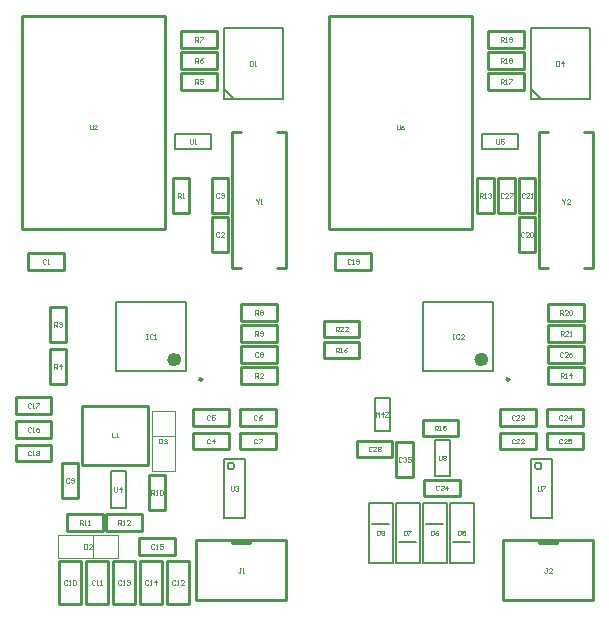
<source format=gto>
%FSTAX24Y24*%
%MOIN*%
G70*
G01*
G75*
G04 Layer_Color=65535*
%ADD10R,0.0472X0.0217*%
%ADD11R,0.0472X0.0256*%
%ADD12R,0.0315X0.0374*%
%ADD13R,0.0630X0.0492*%
%ADD14R,0.0374X0.0315*%
%ADD15C,0.0197*%
%ADD16O,0.0217X0.0650*%
%ADD17O,0.0650X0.0217*%
%ADD18R,0.0472X0.0472*%
G04:AMPARAMS|DCode=19|XSize=21.7mil|YSize=47.2mil|CornerRadius=0mil|HoleSize=0mil|Usage=FLASHONLY|Rotation=180.000|XOffset=0mil|YOffset=0mil|HoleType=Round|Shape=Octagon|*
%AMOCTAGOND19*
4,1,8,0.0054,-0.0236,-0.0054,-0.0236,-0.0108,-0.0182,-0.0108,0.0182,-0.0054,0.0236,0.0054,0.0236,0.0108,0.0182,0.0108,-0.0182,0.0054,-0.0236,0.0*
%
%ADD19OCTAGOND19*%

%ADD20R,0.0217X0.0472*%
%ADD21R,0.0900X0.2200*%
%ADD22O,0.0394X0.0906*%
%ADD23O,0.0945X0.0236*%
%ADD24R,0.0945X0.0236*%
%ADD25R,0.0551X0.0591*%
%ADD26R,0.0591X0.0551*%
%ADD27R,0.0512X0.0394*%
%ADD28R,0.0709X0.1772*%
%ADD29C,0.0100*%
%ADD30C,0.0787*%
%ADD31C,0.0591*%
%ADD32C,0.0591*%
%ADD33R,0.0591X0.0591*%
%ADD34R,0.0591X0.0591*%
%ADD35C,0.0866*%
%ADD36C,0.0984*%
%ADD37C,0.0320*%
%ADD38C,0.0236*%
%ADD39C,0.0098*%
%ADD40C,0.0079*%
%ADD41C,0.0080*%
%ADD42C,0.0020*%
%ADD43C,0.0040*%
D29*
X034081Y035116D02*
X035263D01*
Y034565D02*
Y035116D01*
X034081Y034565D02*
X035263D01*
X034081D02*
Y035116D01*
X039896Y039881D02*
X040448D01*
X039896Y0387D02*
Y039881D01*
Y0387D02*
X040448D01*
Y039881D01*
X036363Y030565D02*
Y031116D01*
X035182D02*
X036363D01*
X035182Y030565D02*
Y031116D01*
Y030565D02*
X036363D01*
X035263Y033865D02*
Y034416D01*
X034081D02*
X035263D01*
X034081Y033865D02*
Y034416D01*
Y033865D02*
X035263D01*
X037381Y031265D02*
Y031816D01*
Y031265D02*
X038563D01*
Y031816D01*
X037381D02*
X038563D01*
X034468Y036815D02*
X035649D01*
X034468D02*
Y037366D01*
X035649D01*
Y036815D02*
Y037366D01*
X042749Y034415D02*
Y034966D01*
X041568D02*
X042749D01*
X041568Y034415D02*
Y034966D01*
Y034415D02*
X042749D01*
X041568Y035115D02*
Y035666D01*
Y035115D02*
X042749D01*
Y035666D01*
X041568D02*
X042749D01*
X041568Y034266D02*
X042749D01*
Y033715D02*
Y034266D01*
X041568Y033715D02*
X042749D01*
X041568D02*
Y034266D01*
X041568Y033015D02*
Y033566D01*
Y033015D02*
X042749D01*
Y033566D01*
X041568D02*
X042749D01*
X040749Y042815D02*
Y043366D01*
X039568D02*
X040749D01*
X039568Y042815D02*
Y043366D01*
Y042815D02*
X040749D01*
Y043515D02*
Y044066D01*
X039568D02*
X040749D01*
X039568Y043515D02*
Y044066D01*
Y043515D02*
X040749D01*
Y044215D02*
Y044766D01*
X039568D02*
X040749D01*
X039568Y044215D02*
Y044766D01*
Y044215D02*
X040749D01*
X039196Y039881D02*
X039748D01*
X039196Y0387D02*
Y039881D01*
Y0387D02*
X039748D01*
Y039881D01*
X041258Y027691D02*
Y027791D01*
Y027691D02*
X041858D01*
Y027791D01*
X040058Y025791D02*
Y027791D01*
X043058D01*
Y025791D02*
Y027791D01*
X040058Y025791D02*
X043058D01*
X041258Y03686D02*
Y04141D01*
X043058Y03686D02*
Y04141D01*
X041258D02*
X041558D01*
X042758D02*
X043058D01*
X042758Y03686D02*
X043058D01*
X041258D02*
X041558D01*
X037048Y0299D02*
Y031081D01*
X036496Y0299D02*
X037048D01*
X036496D02*
Y031081D01*
X037048D01*
X037431Y029816D02*
X038613D01*
Y029265D02*
Y029816D01*
X037431Y029265D02*
X038613D01*
X037431D02*
Y029816D01*
X041535Y030827D02*
X042717D01*
X041535D02*
Y031378D01*
X042717D01*
Y030827D02*
Y031378D01*
X041535Y031614D02*
X042717D01*
X041535D02*
Y032165D01*
X042717D01*
Y031614D02*
Y032165D01*
X039961D02*
X041142D01*
Y031614D02*
Y032165D01*
X039961Y031614D02*
X041142D01*
X039961D02*
Y032165D01*
X039961Y031378D02*
X041142D01*
Y030827D02*
Y031378D01*
X039961Y030827D02*
X041142D01*
X039961D02*
Y031378D01*
X041134Y0387D02*
Y039881D01*
X040583Y0387D02*
X041134D01*
X040583D02*
Y039881D01*
X041134D01*
X040583Y0374D02*
Y038581D01*
X041134D01*
Y0374D02*
Y038581D01*
X040583Y0374D02*
X041134D01*
X034256Y038189D02*
Y045276D01*
X039016D01*
Y038189D02*
Y045276D01*
X034256Y038189D02*
X039016D01*
X024946Y033D02*
X025498D01*
Y034181D01*
X024946D02*
X025498D01*
X024946Y033D02*
Y034181D01*
Y0344D02*
X025498D01*
Y035581D01*
X024946D02*
X025498D01*
X024946Y0344D02*
Y035581D01*
X024232Y036815D02*
X025413D01*
X024232D02*
Y037366D01*
X025413D01*
Y036815D02*
Y037366D01*
X032513Y034415D02*
Y034966D01*
X031331D02*
X032513D01*
X031331Y034415D02*
Y034966D01*
Y034415D02*
X032513D01*
X031332Y035115D02*
Y035666D01*
Y035115D02*
X032513D01*
Y035666D01*
X031332D02*
X032513D01*
X031332Y034266D02*
X032513D01*
Y033715D02*
Y034266D01*
X031332Y033715D02*
X032513D01*
X031332D02*
Y034266D01*
X031332Y033015D02*
Y033566D01*
Y033015D02*
X032513D01*
Y033566D01*
X031332D02*
X032513D01*
X030513Y042815D02*
Y043366D01*
X029331D02*
X030513D01*
X029331Y042815D02*
Y043366D01*
Y042815D02*
X030513D01*
Y043515D02*
Y044066D01*
X029331D02*
X030513D01*
X029331Y043515D02*
Y044066D01*
Y043515D02*
X030513D01*
Y044215D02*
Y044766D01*
X029331D02*
X030513D01*
X029331Y044215D02*
Y044766D01*
Y044215D02*
X030513D01*
X029046Y0387D02*
X029598D01*
Y039881D01*
X029046D02*
X029598D01*
X029046Y0387D02*
Y039881D01*
X031022Y027691D02*
Y027791D01*
Y027691D02*
X031622D01*
Y027791D01*
X029822Y025791D02*
Y027791D01*
X032822D01*
Y025791D02*
Y027791D01*
X029822Y025791D02*
X032822D01*
X031022Y03686D02*
Y04141D01*
X032822Y03686D02*
Y04141D01*
X031022D02*
X031322D01*
X032522D02*
X032822D01*
X032522Y03686D02*
X032822D01*
X031022D02*
X031322D01*
X026832Y028115D02*
Y028666D01*
Y028115D02*
X028013D01*
Y028666D01*
X026832D02*
X028013D01*
X025531Y028115D02*
Y028666D01*
Y028115D02*
X026713D01*
Y028666D01*
X025531D02*
X026713D01*
X028246Y029981D02*
X028798D01*
X028246Y0288D02*
Y029981D01*
Y0288D02*
X028798D01*
Y029981D01*
X023819Y030433D02*
X025D01*
X023819D02*
Y030984D01*
X025D01*
Y030433D02*
Y030984D01*
X023819Y032559D02*
X025D01*
Y032008D02*
Y032559D01*
X023819Y032008D02*
X025D01*
X023819D02*
Y032559D01*
X023819Y031772D02*
X025D01*
Y03122D02*
Y031772D01*
X023819Y03122D02*
X025D01*
X023819D02*
Y031772D01*
X027931Y027315D02*
X029113D01*
X027931D02*
Y027866D01*
X029113D01*
Y027315D02*
Y027866D01*
X027068Y025682D02*
Y027099D01*
X027776D01*
Y025682D02*
Y027099D01*
X027068Y025682D02*
X027776D01*
X026168D02*
Y027099D01*
X026876D01*
Y025682D02*
Y027099D01*
X026168Y025682D02*
X026876D01*
X025268D02*
Y027099D01*
X025976D01*
Y025682D02*
Y027099D01*
X025268Y025682D02*
X025976D01*
X025898Y0292D02*
Y030381D01*
X025346Y0292D02*
X025898D01*
X025346D02*
Y030381D01*
X025898D01*
X031299Y030827D02*
X03248D01*
X031299D02*
Y031378D01*
X03248D01*
Y030827D02*
Y031378D01*
X031299Y031614D02*
X03248D01*
X031299D02*
Y032165D01*
X03248D01*
Y031614D02*
Y032165D01*
X029724D02*
X030906D01*
Y031614D02*
Y032165D01*
X029724Y031614D02*
X030906D01*
X029724D02*
Y032165D01*
X029724Y031378D02*
X030906D01*
Y030827D02*
Y031378D01*
X029724Y030827D02*
X030906D01*
X029724D02*
Y031378D01*
X030898Y0387D02*
Y039881D01*
X030346Y0387D02*
X030898D01*
X030346D02*
Y039881D01*
X030898D01*
X030346Y0374D02*
Y038581D01*
X030898D01*
Y0374D02*
Y038581D01*
X030346Y0374D02*
X030898D01*
X02402Y038189D02*
Y045276D01*
X02878D01*
Y038189D02*
Y045276D01*
X02402Y038189D02*
X02878D01*
X028224Y030316D02*
Y032284D01*
X02602Y030316D02*
X028224D01*
X02602D02*
Y032284D01*
X028224D01*
X027968Y025682D02*
Y027099D01*
X028676D01*
Y025682D02*
Y027099D01*
X027968Y025682D02*
X028676D01*
X028868D02*
Y027099D01*
X029576D01*
Y025682D02*
Y027099D01*
X028868Y025682D02*
X029576D01*
D38*
X039444Y033823D02*
G03*
X039444Y033823I-000118J0D01*
G01*
X029208D02*
G03*
X029208Y033823I-000118J0D01*
G01*
D39*
X040261Y033163D02*
G03*
X040261Y033163I-000049J0D01*
G01*
X030025D02*
G03*
X030025Y033163I-000049J0D01*
G01*
D40*
X041339Y030276D02*
G03*
X041339Y030276I-000118J0D01*
G01*
X031102D02*
G03*
X031102Y030276I-000118J0D01*
G01*
X037772Y031151D02*
X038272D01*
X037772Y02993D02*
X038272D01*
X037772D02*
Y031151D01*
X038272Y02993D02*
Y031151D01*
X035772Y032542D02*
X036272D01*
X035772Y031439D02*
X036272D01*
X035772D02*
Y032542D01*
X036272Y031439D02*
Y032542D01*
X037496Y028356D02*
X038048D01*
X036596Y027726D02*
X037148D01*
X035696Y028356D02*
X036248D01*
X038396Y027726D02*
X038948D01*
X037397Y035752D02*
X03972D01*
X037397Y033429D02*
X03972D01*
X037397D02*
Y035752D01*
X03972Y033429D02*
Y035752D01*
X042943Y042509D02*
Y044872D01*
X040974Y042509D02*
X042943D01*
X040974D02*
Y044872D01*
X042943D01*
X040974Y042827D02*
X041275Y042526D01*
X039348Y041341D02*
X040568D01*
X039348Y040841D02*
X040568D01*
Y041341D01*
X039348Y040841D02*
Y041341D01*
X040984Y028543D02*
X041693D01*
X040984Y030512D02*
X041693D01*
Y028543D02*
Y030512D01*
X040984Y028543D02*
Y030512D01*
X027161Y035752D02*
X029483D01*
X027161Y033429D02*
X029483D01*
X027161D02*
Y035752D01*
X029483Y033429D02*
Y035752D01*
X027472Y02888D02*
Y030101D01*
X026972Y02888D02*
Y030101D01*
Y02888D02*
X027472D01*
X026972Y030101D02*
X027472D01*
X032706Y042509D02*
Y044872D01*
X030738Y042509D02*
X032706D01*
X030738D02*
Y044872D01*
X032706D01*
X030738Y042827D02*
X031039Y042526D01*
X029112Y041341D02*
X030332D01*
X029112Y040841D02*
X030332D01*
Y041341D01*
X029112Y040841D02*
Y041341D01*
X030748Y028543D02*
X031457D01*
X030748Y030512D02*
X031457D01*
Y028543D02*
Y030512D01*
X030748Y028543D02*
Y030512D01*
D41*
X037372Y029051D02*
X038172D01*
X037372Y027031D02*
Y029051D01*
Y027031D02*
X038172D01*
Y029051D01*
X036472Y027031D02*
X037272D01*
Y029051D01*
X036472D02*
X037272D01*
X036472Y027031D02*
Y029051D01*
X035572D02*
X036372D01*
X035572Y027031D02*
Y029051D01*
Y027031D02*
X036372D01*
Y029051D01*
X038272Y027031D02*
X039072D01*
Y029051D01*
X038272D02*
X039072D01*
X038272Y027031D02*
Y029051D01*
D42*
X029102Y03011D02*
Y0321D01*
X028348Y03011D02*
X029102D01*
X028348D02*
Y0321D01*
X028372Y031272D02*
X029082D01*
X028348Y0321D02*
X029102D01*
X025232Y027211D02*
X027222D01*
X025232D02*
Y027965D01*
X027222D01*
X026395Y027231D02*
Y027941D01*
X027222Y027211D02*
Y027965D01*
D43*
X03567Y030895D02*
X035645Y03092D01*
X035595D01*
X03557Y030895D01*
Y030795D01*
X035595Y03077D01*
X035645D01*
X03567Y030795D01*
X03582Y03077D02*
X03572D01*
X03582Y03087D01*
Y030895D01*
X035795Y03092D01*
X035745D01*
X03572Y030895D01*
X03587D02*
X035895Y03092D01*
X035945D01*
X03597Y030895D01*
Y03087D01*
X035945Y030845D01*
X03597Y03082D01*
Y030795D01*
X035945Y03077D01*
X035895D01*
X03587Y030795D01*
Y03082D01*
X035895Y030845D01*
X03587Y03087D01*
Y030895D01*
X035895Y030845D02*
X035945D01*
X04007Y039345D02*
X040045Y03937D01*
X039995D01*
X03997Y039345D01*
Y039245D01*
X039995Y03922D01*
X040045D01*
X04007Y039245D01*
X04022Y03922D02*
X04012D01*
X04022Y03932D01*
Y039345D01*
X040195Y03937D01*
X040145D01*
X04012Y039345D01*
X04027Y03937D02*
X04037D01*
Y039345D01*
X04027Y039245D01*
Y03922D01*
X03585Y02812D02*
Y02797D01*
X035925D01*
X03595Y027995D01*
Y028095D01*
X035925Y02812D01*
X03585D01*
X036Y028095D02*
X036025Y02812D01*
X036075D01*
X0361Y028095D01*
Y02807D01*
X036075Y028045D01*
X0361Y02802D01*
Y027995D01*
X036075Y02797D01*
X036025D01*
X036Y027995D01*
Y02802D01*
X036025Y028045D01*
X036Y02807D01*
Y028095D01*
X036025Y028045D02*
X036075D01*
X03675Y02812D02*
Y02797D01*
X036825D01*
X03685Y027995D01*
Y028095D01*
X036825Y02812D01*
X03675D01*
X0369D02*
X037D01*
Y028095D01*
X0369Y027995D01*
Y02797D01*
X03765Y02812D02*
Y02797D01*
X037725D01*
X03775Y027995D01*
Y028095D01*
X037725Y02812D01*
X03765D01*
X0379D02*
X03785Y028095D01*
X0378Y028045D01*
Y027995D01*
X037825Y02797D01*
X037875D01*
X0379Y027995D01*
Y02802D01*
X037875Y028045D01*
X0378D01*
X03582Y03192D02*
Y03207D01*
X03587Y03202D01*
X03592Y03207D01*
Y03192D01*
X036045D02*
Y03207D01*
X03597Y031995D01*
X03607D01*
X03612Y03207D02*
X03622D01*
Y032045D01*
X03612Y031945D01*
Y03192D01*
X03622D01*
X03447Y03477D02*
Y03492D01*
X034545D01*
X03457Y034895D01*
Y034845D01*
X034545Y03482D01*
X03447D01*
X03452D02*
X03457Y03477D01*
X03472D02*
X03462D01*
X03472Y03487D01*
Y034895D01*
X034695Y03492D01*
X034645D01*
X03462Y034895D01*
X03487Y03477D02*
X03477D01*
X03487Y03487D01*
Y034895D01*
X034845Y03492D01*
X034795D01*
X03477Y034895D01*
X03791Y03062D02*
Y030495D01*
X037935Y03047D01*
X037985D01*
X03801Y030495D01*
Y03062D01*
X03806Y030595D02*
X038085Y03062D01*
X038135D01*
X03816Y030595D01*
Y03057D01*
X038135Y030545D01*
X03816Y03052D01*
Y030495D01*
X038135Y03047D01*
X038085D01*
X03806Y030495D01*
Y03052D01*
X038085Y030545D01*
X03806Y03057D01*
Y030595D01*
X038085Y030545D02*
X038135D01*
X03448Y03407D02*
Y03422D01*
X034555D01*
X03458Y034195D01*
Y034145D01*
X034555Y03412D01*
X03448D01*
X03453D02*
X03458Y03407D01*
X03463D02*
X03468D01*
X034655D01*
Y03422D01*
X03463Y034195D01*
X034855Y03422D02*
X034805Y034195D01*
X034755Y034145D01*
Y034095D01*
X03478Y03407D01*
X03483D01*
X034855Y034095D01*
Y03412D01*
X03483Y034145D01*
X034755D01*
X03778Y03147D02*
Y03162D01*
X037855D01*
X03788Y031595D01*
Y031545D01*
X037855Y03152D01*
X03778D01*
X03783D02*
X03788Y03147D01*
X03793D02*
X03798D01*
X037955D01*
Y03162D01*
X03793Y031595D01*
X038155Y03162D02*
X038055D01*
Y031545D01*
X038105Y03157D01*
X03813D01*
X038155Y031545D01*
Y031495D01*
X03813Y03147D01*
X03808D01*
X038055Y031495D01*
X03497Y037145D02*
X034945Y03717D01*
X034895D01*
X03487Y037145D01*
Y037045D01*
X034895Y03702D01*
X034945D01*
X03497Y037045D01*
X03502Y03702D02*
X03507D01*
X035045D01*
Y03717D01*
X03502Y037145D01*
X035145Y037045D02*
X03517Y03702D01*
X03522D01*
X035245Y037045D01*
Y037145D01*
X03522Y03717D01*
X03517D01*
X035145Y037145D01*
Y03712D01*
X03517Y037095D01*
X035245D01*
X04198Y03462D02*
Y03477D01*
X042055D01*
X04208Y034745D01*
Y034695D01*
X042055Y03467D01*
X04198D01*
X04203D02*
X04208Y03462D01*
X04223D02*
X04213D01*
X04223Y03472D01*
Y034745D01*
X042205Y03477D01*
X042155D01*
X04213Y034745D01*
X04228Y03462D02*
X04233D01*
X042305D01*
Y03477D01*
X04228Y034745D01*
X04196Y03532D02*
Y03547D01*
X042035D01*
X04206Y035445D01*
Y035395D01*
X042035Y03537D01*
X04196D01*
X04201D02*
X04206Y03532D01*
X04221D02*
X04211D01*
X04221Y03542D01*
Y035445D01*
X042185Y03547D01*
X042135D01*
X04211Y035445D01*
X04226D02*
X042285Y03547D01*
X042335D01*
X04236Y035445D01*
Y035345D01*
X042335Y03532D01*
X042285D01*
X04226Y035345D01*
Y035445D01*
X04206Y034045D02*
X042035Y03407D01*
X041985D01*
X04196Y034045D01*
Y033945D01*
X041985Y03392D01*
X042035D01*
X04206Y033945D01*
X04221Y03392D02*
X04211D01*
X04221Y03402D01*
Y034045D01*
X042185Y03407D01*
X042135D01*
X04211Y034045D01*
X04236Y03407D02*
X04231Y034045D01*
X04226Y033995D01*
Y033945D01*
X042285Y03392D01*
X042335D01*
X04236Y033945D01*
Y03397D01*
X042335Y033995D01*
X04226D01*
X04197Y03322D02*
Y03337D01*
X042045D01*
X04207Y033345D01*
Y033295D01*
X042045Y03327D01*
X04197D01*
X04202D02*
X04207Y03322D01*
X04212D02*
X04217D01*
X042145D01*
Y03337D01*
X04212Y033345D01*
X04232Y03322D02*
Y03337D01*
X042245Y033295D01*
X042345D01*
X03837Y03467D02*
X03842D01*
X038395D01*
Y03452D01*
X03837D01*
X03842D01*
X038595Y034645D02*
X03857Y03467D01*
X03852D01*
X038495Y034645D01*
Y034545D01*
X03852Y03452D01*
X03857D01*
X038595Y034545D01*
X038745Y03452D02*
X038645D01*
X038745Y03462D01*
Y034645D01*
X03872Y03467D01*
X03867D01*
X038645Y034645D01*
X03997Y04302D02*
Y04317D01*
X040045D01*
X04007Y043145D01*
Y043095D01*
X040045Y04307D01*
X03997D01*
X04002D02*
X04007Y04302D01*
X04012D02*
X04017D01*
X040145D01*
Y04317D01*
X04012Y043145D01*
X040245Y04317D02*
X040345D01*
Y043145D01*
X040245Y043045D01*
Y04302D01*
X03997Y04372D02*
Y04387D01*
X040045D01*
X04007Y043845D01*
Y043795D01*
X040045Y04377D01*
X03997D01*
X04002D02*
X04007Y04372D01*
X04012D02*
X04017D01*
X040145D01*
Y04387D01*
X04012Y043845D01*
X040245D02*
X04027Y04387D01*
X04032D01*
X040345Y043845D01*
Y04382D01*
X04032Y043795D01*
X040345Y04377D01*
Y043745D01*
X04032Y04372D01*
X04027D01*
X040245Y043745D01*
Y04377D01*
X04027Y043795D01*
X040245Y04382D01*
Y043845D01*
X04027Y043795D02*
X04032D01*
X03997Y04442D02*
Y04457D01*
X040045D01*
X04007Y044545D01*
Y044495D01*
X040045Y04447D01*
X03997D01*
X04002D02*
X04007Y04442D01*
X04012D02*
X04017D01*
X040145D01*
Y04457D01*
X04012Y044545D01*
X040245Y044445D02*
X04027Y04442D01*
X04032D01*
X040345Y044445D01*
Y044545D01*
X04032Y04457D01*
X04027D01*
X040245Y044545D01*
Y04452D01*
X04027Y044495D01*
X040345D01*
X04183Y04377D02*
Y04362D01*
X041905D01*
X04193Y043645D01*
Y043745D01*
X041905Y04377D01*
X04183D01*
X042055Y04362D02*
Y04377D01*
X04198Y043695D01*
X04208D01*
X03983Y04116D02*
Y041035D01*
X039855Y04101D01*
X039905D01*
X03993Y041035D01*
Y04116D01*
X04008D02*
X03998D01*
Y041085D01*
X04003Y04111D01*
X040055D01*
X04008Y041085D01*
Y041035D01*
X040055Y04101D01*
X040005D01*
X03998Y041035D01*
X03928Y03922D02*
Y03937D01*
X039355D01*
X03938Y039345D01*
Y039295D01*
X039355Y03927D01*
X03928D01*
X03933D02*
X03938Y03922D01*
X03943D02*
X03948D01*
X039455D01*
Y03937D01*
X03943Y039345D01*
X039555D02*
X03958Y03937D01*
X03963D01*
X039655Y039345D01*
Y03932D01*
X03963Y039295D01*
X039605D01*
X03963D01*
X039655Y03927D01*
Y039245D01*
X03963Y03922D01*
X03958D01*
X039555Y039245D01*
X04153Y02687D02*
X04148D01*
X041505D01*
Y026745D01*
X04148Y02672D01*
X041455D01*
X04143Y026745D01*
X04168Y02672D02*
X04158D01*
X04168Y02682D01*
Y026845D01*
X041655Y02687D01*
X041605D01*
X04158Y026845D01*
X04203Y03917D02*
Y039145D01*
X04208Y039095D01*
X04213Y039145D01*
Y03917D01*
X04208Y039095D02*
Y03902D01*
X04228D02*
X04218D01*
X04228Y03912D01*
Y039145D01*
X042255Y03917D01*
X042205D01*
X04218Y039145D01*
X03855Y02812D02*
Y02797D01*
X038625D01*
X03865Y027995D01*
Y028095D01*
X038625Y02812D01*
X03855D01*
X0388D02*
X0387D01*
Y028045D01*
X03875Y02807D01*
X038775D01*
X0388Y028045D01*
Y027995D01*
X038775Y02797D01*
X038725D01*
X0387Y027995D01*
X03667Y030545D02*
X036645Y03057D01*
X036595D01*
X03657Y030545D01*
Y030445D01*
X036595Y03042D01*
X036645D01*
X03667Y030445D01*
X03672Y030545D02*
X036745Y03057D01*
X036795D01*
X03682Y030545D01*
Y03052D01*
X036795Y030495D01*
X03677D01*
X036795D01*
X03682Y03047D01*
Y030445D01*
X036795Y03042D01*
X036745D01*
X03672Y030445D01*
X03697Y03057D02*
X03687D01*
Y030495D01*
X03692Y03052D01*
X036945D01*
X03697Y030495D01*
Y030445D01*
X036945Y03042D01*
X036895D01*
X03687Y030445D01*
X03792Y029595D02*
X037895Y02962D01*
X037845D01*
X03782Y029595D01*
Y029495D01*
X037845Y02947D01*
X037895D01*
X03792Y029495D01*
X03797Y029595D02*
X037995Y02962D01*
X038045D01*
X03807Y029595D01*
Y02957D01*
X038045Y029545D01*
X03802D01*
X038045D01*
X03807Y02952D01*
Y029495D01*
X038045Y02947D01*
X037995D01*
X03797Y029495D01*
X038195Y02947D02*
Y02962D01*
X03812Y029545D01*
X03822D01*
X04203Y031155D02*
X042005Y03118D01*
X041955D01*
X04193Y031155D01*
Y031055D01*
X041955Y03103D01*
X042005D01*
X04203Y031055D01*
X04218Y03103D02*
X04208D01*
X04218Y03113D01*
Y031155D01*
X042155Y03118D01*
X042105D01*
X04208Y031155D01*
X04233Y03118D02*
X04223D01*
Y031105D01*
X04228Y03113D01*
X042305D01*
X04233Y031105D01*
Y031055D01*
X042305Y03103D01*
X042255D01*
X04223Y031055D01*
X04203Y031935D02*
X042005Y03196D01*
X041955D01*
X04193Y031935D01*
Y031835D01*
X041955Y03181D01*
X042005D01*
X04203Y031835D01*
X04218Y03181D02*
X04208D01*
X04218Y03191D01*
Y031935D01*
X042155Y03196D01*
X042105D01*
X04208Y031935D01*
X042305Y03181D02*
Y03196D01*
X04223Y031885D01*
X04233D01*
X04045Y031935D02*
X040425Y03196D01*
X040375D01*
X04035Y031935D01*
Y031835D01*
X040375Y03181D01*
X040425D01*
X04045Y031835D01*
X0406Y03181D02*
X0405D01*
X0406Y03191D01*
Y031935D01*
X040575Y03196D01*
X040525D01*
X0405Y031935D01*
X04065D02*
X040675Y03196D01*
X040725D01*
X04075Y031935D01*
Y03191D01*
X040725Y031885D01*
X0407D01*
X040725D01*
X04075Y03186D01*
Y031835D01*
X040725Y03181D01*
X040675D01*
X04065Y031835D01*
X04045Y031155D02*
X040425Y03118D01*
X040375D01*
X04035Y031155D01*
Y031055D01*
X040375Y03103D01*
X040425D01*
X04045Y031055D01*
X0406Y03103D02*
X0405D01*
X0406Y03113D01*
Y031155D01*
X040575Y03118D01*
X040525D01*
X0405Y031155D01*
X04075Y03103D02*
X04065D01*
X04075Y03113D01*
Y031155D01*
X040725Y03118D01*
X040675D01*
X04065Y031155D01*
X04078Y039345D02*
X040755Y03937D01*
X040705D01*
X04068Y039345D01*
Y039245D01*
X040705Y03922D01*
X040755D01*
X04078Y039245D01*
X04093Y03922D02*
X04083D01*
X04093Y03932D01*
Y039345D01*
X040905Y03937D01*
X040855D01*
X04083Y039345D01*
X04098Y03922D02*
X04103D01*
X041005D01*
Y03937D01*
X04098Y039345D01*
X04076Y038045D02*
X040735Y03807D01*
X040685D01*
X04066Y038045D01*
Y037945D01*
X040685Y03792D01*
X040735D01*
X04076Y037945D01*
X04091Y03792D02*
X04081D01*
X04091Y03802D01*
Y038045D01*
X040885Y03807D01*
X040835D01*
X04081Y038045D01*
X04096D02*
X040985Y03807D01*
X041035D01*
X04106Y038045D01*
Y037945D01*
X041035Y03792D01*
X040985D01*
X04096Y037945D01*
Y038045D01*
X03651Y04164D02*
Y041515D01*
X036535Y04149D01*
X036585D01*
X03661Y041515D01*
Y04164D01*
X03676D02*
X03671Y041615D01*
X03666Y041565D01*
Y041515D01*
X036685Y04149D01*
X036735D01*
X03676Y041515D01*
Y04154D01*
X036735Y041565D01*
X03666D01*
X04121Y0296D02*
Y029475D01*
X041235Y02945D01*
X041285D01*
X04131Y029475D01*
Y0296D01*
X04136D02*
X04146D01*
Y029575D01*
X04136Y029475D01*
Y02945D01*
X02913Y026445D02*
X029105Y02647D01*
X029055D01*
X02903Y026445D01*
Y026345D01*
X029055Y02632D01*
X029105D01*
X02913Y026345D01*
X02918Y02632D02*
X02923D01*
X029205D01*
Y02647D01*
X02918Y026445D01*
X029405Y02632D02*
X029305D01*
X029405Y02642D01*
Y026445D01*
X02938Y02647D01*
X02933D01*
X029305Y026445D01*
X02823D02*
X028205Y02647D01*
X028155D01*
X02813Y026445D01*
Y026345D01*
X028155Y02632D01*
X028205D01*
X02823Y026345D01*
X02828Y02632D02*
X02833D01*
X028305D01*
Y02647D01*
X02828Y026445D01*
X02848Y02632D02*
Y02647D01*
X028405Y026395D01*
X028505D01*
X02702Y03138D02*
Y03123D01*
X02712D01*
X02717D02*
X02722D01*
X027195D01*
Y03138D01*
X02717Y031355D01*
X03098Y0296D02*
Y029475D01*
X031005Y02945D01*
X031055D01*
X03108Y029475D01*
Y0296D01*
X03113Y029575D02*
X031155Y0296D01*
X031205D01*
X03123Y029575D01*
Y02955D01*
X031205Y029525D01*
X03118D01*
X031205D01*
X03123Y0295D01*
Y029475D01*
X031205Y02945D01*
X031155D01*
X03113Y029475D01*
X02627Y04164D02*
Y041515D01*
X026295Y04149D01*
X026345D01*
X02637Y041515D01*
Y04164D01*
X02652Y04149D02*
X02642D01*
X02652Y04159D01*
Y041615D01*
X026495Y04164D01*
X026445D01*
X02642Y041615D01*
X0306Y038045D02*
X030575Y03807D01*
X030525D01*
X0305Y038045D01*
Y037945D01*
X030525Y03792D01*
X030575D01*
X0306Y037945D01*
X03075Y03792D02*
X03065D01*
X03075Y03802D01*
Y038045D01*
X030725Y03807D01*
X030675D01*
X03065Y038045D01*
X0306Y039345D02*
X030575Y03937D01*
X030525D01*
X0305Y039345D01*
Y039245D01*
X030525Y03922D01*
X030575D01*
X0306Y039245D01*
X03065Y039345D02*
X030675Y03937D01*
X030725D01*
X03075Y039345D01*
Y03932D01*
X030725Y039295D01*
X0307D01*
X030725D01*
X03075Y03927D01*
Y039245D01*
X030725Y03922D01*
X030675D01*
X03065Y039245D01*
X03029Y031155D02*
X030265Y03118D01*
X030215D01*
X03019Y031155D01*
Y031055D01*
X030215Y03103D01*
X030265D01*
X03029Y031055D01*
X030415Y03103D02*
Y03118D01*
X03034Y031105D01*
X03044D01*
X03029Y031935D02*
X030265Y03196D01*
X030215D01*
X03019Y031935D01*
Y031835D01*
X030215Y03181D01*
X030265D01*
X03029Y031835D01*
X03044Y03196D02*
X03034D01*
Y031885D01*
X03039Y03191D01*
X030415D01*
X03044Y031885D01*
Y031835D01*
X030415Y03181D01*
X030365D01*
X03034Y031835D01*
X03186Y031935D02*
X031835Y03196D01*
X031785D01*
X03176Y031935D01*
Y031835D01*
X031785Y03181D01*
X031835D01*
X03186Y031835D01*
X03201Y03196D02*
X03196Y031935D01*
X03191Y031885D01*
Y031835D01*
X031935Y03181D01*
X031985D01*
X03201Y031835D01*
Y03186D01*
X031985Y031885D01*
X03191D01*
X03186Y031155D02*
X031835Y03118D01*
X031785D01*
X03176Y031155D01*
Y031055D01*
X031785Y03103D01*
X031835D01*
X03186Y031055D01*
X03191Y03118D02*
X03201D01*
Y031155D01*
X03191Y031055D01*
Y03103D01*
X0256Y029845D02*
X025575Y02987D01*
X025525D01*
X0255Y029845D01*
Y029745D01*
X025525Y02972D01*
X025575D01*
X0256Y029745D01*
X02565D02*
X025675Y02972D01*
X025725D01*
X02575Y029745D01*
Y029845D01*
X025725Y02987D01*
X025675D01*
X02565Y029845D01*
Y02982D01*
X025675Y029795D01*
X02575D01*
X02553Y026445D02*
X025505Y02647D01*
X025455D01*
X02543Y026445D01*
Y026345D01*
X025455Y02632D01*
X025505D01*
X02553Y026345D01*
X02558Y02632D02*
X02563D01*
X025605D01*
Y02647D01*
X02558Y026445D01*
X025705D02*
X02573Y02647D01*
X02578D01*
X025805Y026445D01*
Y026345D01*
X02578Y02632D01*
X02573D01*
X025705Y026345D01*
Y026445D01*
X02646D02*
X026435Y02647D01*
X026385D01*
X02636Y026445D01*
Y026345D01*
X026385Y02632D01*
X026435D01*
X02646Y026345D01*
X02651Y02632D02*
X02656D01*
X026535D01*
Y02647D01*
X02651Y026445D01*
X026635Y02632D02*
X026685D01*
X02666D01*
Y02647D01*
X026635Y026445D01*
X02733D02*
X027305Y02647D01*
X027255D01*
X02723Y026445D01*
Y026345D01*
X027255Y02632D01*
X027305D01*
X02733Y026345D01*
X02738Y02632D02*
X02743D01*
X027405D01*
Y02647D01*
X02738Y026445D01*
X027505D02*
X02753Y02647D01*
X02758D01*
X027605Y026445D01*
Y02642D01*
X02758Y026395D01*
X027555D01*
X02758D01*
X027605Y02637D01*
Y026345D01*
X02758Y02632D01*
X02753D01*
X027505Y026345D01*
X02843Y027645D02*
X028405Y02767D01*
X028355D01*
X02833Y027645D01*
Y027545D01*
X028355Y02752D01*
X028405D01*
X02843Y027545D01*
X02848Y02752D02*
X02853D01*
X028505D01*
Y02767D01*
X02848Y027645D01*
X028705Y02767D02*
X028605D01*
Y027595D01*
X028655Y02762D01*
X02868D01*
X028705Y027595D01*
Y027545D01*
X02868Y02752D01*
X02863D01*
X028605Y027545D01*
X02432Y031545D02*
X024295Y03157D01*
X024245D01*
X02422Y031545D01*
Y031445D01*
X024245Y03142D01*
X024295D01*
X02432Y031445D01*
X02437Y03142D02*
X02442D01*
X024395D01*
Y03157D01*
X02437Y031545D01*
X024595Y03157D02*
X024545Y031545D01*
X024495Y031495D01*
Y031445D01*
X02452Y03142D01*
X02457D01*
X024595Y031445D01*
Y03147D01*
X02457Y031495D01*
X024495D01*
X02432Y032335D02*
X024295Y03236D01*
X024245D01*
X02422Y032335D01*
Y032235D01*
X024245Y03221D01*
X024295D01*
X02432Y032235D01*
X02437Y03221D02*
X02442D01*
X024395D01*
Y03236D01*
X02437Y032335D01*
X024495Y03236D02*
X024595D01*
Y032335D01*
X024495Y032235D01*
Y03221D01*
X02432Y030755D02*
X024295Y03078D01*
X024245D01*
X02422Y030755D01*
Y030655D01*
X024245Y03063D01*
X024295D01*
X02432Y030655D01*
X02437Y03063D02*
X02442D01*
X024395D01*
Y03078D01*
X02437Y030755D01*
X024495D02*
X02452Y03078D01*
X02457D01*
X024595Y030755D01*
Y03073D01*
X02457Y030705D01*
X024595Y03068D01*
Y030655D01*
X02457Y03063D01*
X02452D01*
X024495Y030655D01*
Y03068D01*
X02452Y030705D01*
X024495Y03073D01*
Y030755D01*
X02452Y030705D02*
X02457D01*
X0261Y02766D02*
Y02751D01*
X026175D01*
X0262Y027535D01*
Y027635D01*
X026175Y02766D01*
X0261D01*
X02635Y02751D02*
X02625D01*
X02635Y02761D01*
Y027635D01*
X026325Y02766D01*
X026275D01*
X02625Y027635D01*
X0286Y03118D02*
Y03103D01*
X028675D01*
X0287Y031055D01*
Y031155D01*
X028675Y03118D01*
X0286D01*
X02875Y031155D02*
X028775Y03118D01*
X028825D01*
X02885Y031155D01*
Y03113D01*
X028825Y031105D01*
X0288D01*
X028825D01*
X02885Y03108D01*
Y031055D01*
X028825Y03103D01*
X028775D01*
X02875Y031055D01*
X02833Y02932D02*
Y02947D01*
X028405D01*
X02843Y029445D01*
Y029395D01*
X028405Y02937D01*
X02833D01*
X02838D02*
X02843Y02932D01*
X02848D02*
X02853D01*
X028505D01*
Y02947D01*
X02848Y029445D01*
X028605D02*
X02863Y02947D01*
X02868D01*
X028705Y029445D01*
Y029345D01*
X02868Y02932D01*
X02863D01*
X028605Y029345D01*
Y029445D01*
X02596Y02832D02*
Y02847D01*
X026035D01*
X02606Y028445D01*
Y028395D01*
X026035Y02837D01*
X02596D01*
X02601D02*
X02606Y02832D01*
X02611D02*
X02616D01*
X026135D01*
Y02847D01*
X02611Y028445D01*
X026235Y02832D02*
X026285D01*
X02626D01*
Y02847D01*
X026235Y028445D01*
X02723Y02832D02*
Y02847D01*
X027305D01*
X02733Y028445D01*
Y028395D01*
X027305Y02837D01*
X02723D01*
X02728D02*
X02733Y02832D01*
X02738D02*
X02743D01*
X027405D01*
Y02847D01*
X02738Y028445D01*
X027605Y02832D02*
X027505D01*
X027605Y02842D01*
Y028445D01*
X02758Y02847D01*
X02753D01*
X027505Y028445D01*
X03182Y03917D02*
Y039145D01*
X03187Y039095D01*
X03192Y039145D01*
Y03917D01*
X03187Y039095D02*
Y03902D01*
X03197D02*
X03202D01*
X031995D01*
Y03917D01*
X03197Y039145D01*
X03132Y02687D02*
X03127D01*
X031295D01*
Y026745D01*
X03127Y02672D01*
X031245D01*
X03122Y026745D01*
X03137Y02672D02*
X03142D01*
X031395D01*
Y02687D01*
X03137Y026845D01*
X02922Y03922D02*
Y03937D01*
X029295D01*
X02932Y039345D01*
Y039295D01*
X029295Y03927D01*
X02922D01*
X02927D02*
X02932Y03922D01*
X02937D02*
X02942D01*
X029395D01*
Y03937D01*
X02937Y039345D01*
X02962Y04116D02*
Y041035D01*
X029645Y04101D01*
X029695D01*
X02972Y041035D01*
Y04116D01*
X02977Y04101D02*
X02982D01*
X029795D01*
Y04116D01*
X02977Y041135D01*
X03162Y04377D02*
Y04362D01*
X031695D01*
X03172Y043645D01*
Y043745D01*
X031695Y04377D01*
X03162D01*
X03177Y04362D02*
X03182D01*
X031795D01*
Y04377D01*
X03177Y043745D01*
X0298Y04442D02*
Y04457D01*
X029875D01*
X0299Y044545D01*
Y044495D01*
X029875Y04447D01*
X0298D01*
X02985D02*
X0299Y04442D01*
X02995Y04457D02*
X03005D01*
Y044545D01*
X02995Y044445D01*
Y04442D01*
X0298Y04372D02*
Y04387D01*
X029875D01*
X0299Y043845D01*
Y043795D01*
X029875Y04377D01*
X0298D01*
X02985D02*
X0299Y04372D01*
X03005Y04387D02*
X03Y043845D01*
X02995Y043795D01*
Y043745D01*
X029975Y04372D01*
X030025D01*
X03005Y043745D01*
Y04377D01*
X030025Y043795D01*
X02995D01*
X0298Y04302D02*
Y04317D01*
X029875D01*
X0299Y043145D01*
Y043095D01*
X029875Y04307D01*
X0298D01*
X02985D02*
X0299Y04302D01*
X03005Y04317D02*
X02995D01*
Y043095D01*
X03Y04312D01*
X030025D01*
X03005Y043095D01*
Y043045D01*
X030025Y04302D01*
X029975D01*
X02995Y043045D01*
X02709Y02957D02*
Y029445D01*
X027115Y02942D01*
X027165D01*
X02719Y029445D01*
Y02957D01*
X027315Y02942D02*
Y02957D01*
X02724Y029495D01*
X02734D01*
X02816Y03467D02*
X02821D01*
X028185D01*
Y03452D01*
X02816D01*
X02821D01*
X028385Y034645D02*
X02836Y03467D01*
X02831D01*
X028285Y034645D01*
Y034545D01*
X02831Y03452D01*
X02836D01*
X028385Y034545D01*
X028435Y03452D02*
X028485D01*
X02846D01*
Y03467D01*
X028435Y034645D01*
X0318Y03322D02*
Y03337D01*
X031875D01*
X0319Y033345D01*
Y033295D01*
X031875Y03327D01*
X0318D01*
X03185D02*
X0319Y03322D01*
X03205D02*
X03195D01*
X03205Y03332D01*
Y033345D01*
X032025Y03337D01*
X031975D01*
X03195Y033345D01*
X0319Y034045D02*
X031875Y03407D01*
X031825D01*
X0318Y034045D01*
Y033945D01*
X031825Y03392D01*
X031875D01*
X0319Y033945D01*
X03195Y034045D02*
X031975Y03407D01*
X032025D01*
X03205Y034045D01*
Y03402D01*
X032025Y033995D01*
X03205Y03397D01*
Y033945D01*
X032025Y03392D01*
X031975D01*
X03195Y033945D01*
Y03397D01*
X031975Y033995D01*
X03195Y03402D01*
Y034045D01*
X031975Y033995D02*
X032025D01*
X0318Y03532D02*
Y03547D01*
X031875D01*
X0319Y035445D01*
Y035395D01*
X031875Y03537D01*
X0318D01*
X03185D02*
X0319Y03532D01*
X03195Y035445D02*
X031975Y03547D01*
X032025D01*
X03205Y035445D01*
Y03542D01*
X032025Y035395D01*
X03205Y03537D01*
Y035345D01*
X032025Y03532D01*
X031975D01*
X03195Y035345D01*
Y03537D01*
X031975Y035395D01*
X03195Y03542D01*
Y035445D01*
X031975Y035395D02*
X032025D01*
X0318Y03462D02*
Y03477D01*
X031875D01*
X0319Y034745D01*
Y034695D01*
X031875Y03467D01*
X0318D01*
X03185D02*
X0319Y03462D01*
X03195Y034645D02*
X031975Y03462D01*
X032025D01*
X03205Y034645D01*
Y034745D01*
X032025Y03477D01*
X031975D01*
X03195Y034745D01*
Y03472D01*
X031975Y034695D01*
X03205D01*
X02482Y037145D02*
X024795Y03717D01*
X024745D01*
X02472Y037145D01*
Y037045D01*
X024745Y03702D01*
X024795D01*
X02482Y037045D01*
X02487Y03702D02*
X02492D01*
X024895D01*
Y03717D01*
X02487Y037145D01*
X0251Y03492D02*
Y03507D01*
X025175D01*
X0252Y035045D01*
Y034995D01*
X025175Y03497D01*
X0251D01*
X02515D02*
X0252Y03492D01*
X02525Y035045D02*
X025275Y03507D01*
X025325D01*
X02535Y035045D01*
Y03502D01*
X025325Y034995D01*
X0253D01*
X025325D01*
X02535Y03497D01*
Y034945D01*
X025325Y03492D01*
X025275D01*
X02525Y034945D01*
X0251Y03352D02*
Y03367D01*
X025175D01*
X0252Y033645D01*
Y033595D01*
X025175Y03357D01*
X0251D01*
X02515D02*
X0252Y03352D01*
X025325D02*
Y03367D01*
X02525Y033595D01*
X02535D01*
M02*

</source>
